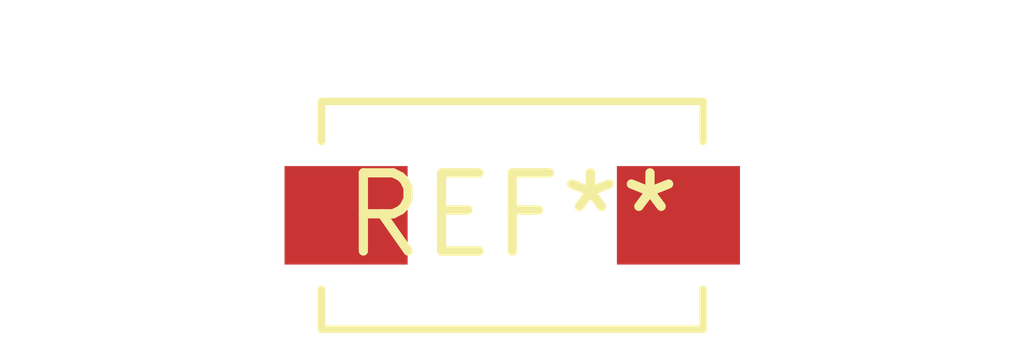
<source format=kicad_pcb>
(kicad_pcb (version 20240108) (generator pcbnew)
  (layers (0 "F.Cu" signal) (31 "B.Cu" signal) (34 "B.Paste" user) (35 "F.Paste" user) (36 "B.SilkS" user "B.Silkscreen") (37 "F.SilkS" user "F.Silkscreen") (38 "B.Mask" user) (39 "F.Mask" user) (44 "Edge.Cuts" user))
  (net 0 "")
  (footprint "SW_SPST_EVQPE1" (layer "F.Cu") (at 0 0)
    (property "Reference" "REF**")
    (property "Value" "SW_SPST_EVQPE1")
    (fp_line (start -3.1 -1.85) (end -3.1 -1.2) (layer "F.SilkS") (stroke (width 0.12)))
    (fp_line (start -3.1 1.2) (end -3.1 1.85) (layer "F.SilkS") (stroke (width 0.12)))
    (fp_line (start -3.1 1.85) (end 3.1 1.85) (layer "F.SilkS") (stroke (width 0.12)))
    (fp_line (start 3.1 -1.85) (end -3.1 -1.85) (layer "F.SilkS") (stroke (width 0.12)))
    (fp_line (start 3.1 -1.85) (end 3.1 -1.2) (layer "F.SilkS") (stroke (width 0.12)))
    (fp_line (start 3.1 1.85) (end 3.1 1.2) (layer "F.SilkS") (stroke (width 0.12)))
    (pad "1" smd rect (at -2.7 0) (size 2 1.6) (layers "F.Cu" "F.Paste" "F.Mask"))
    (pad "2" smd rect (at 2.7 0) (size 2 1.6) (layers "F.Cu" "F.Paste" "F.Mask"))
  )
)
</source>
